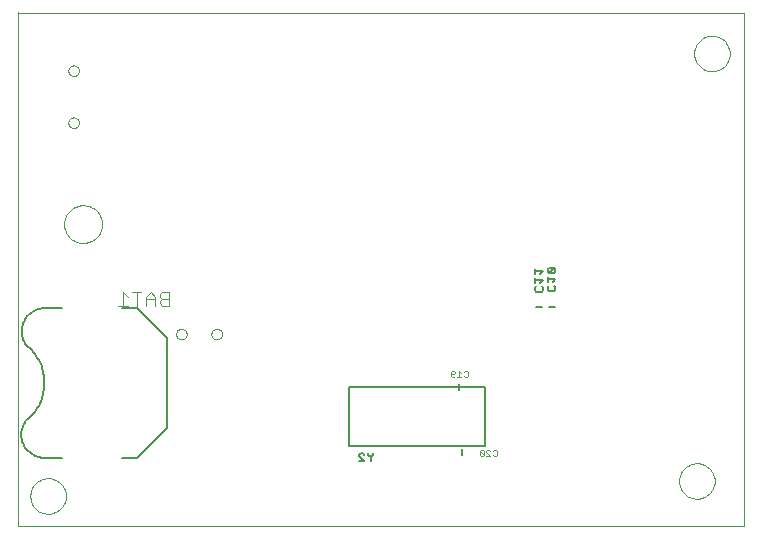
<source format=gbo>
G75*
G70*
%OFA0B0*%
%FSLAX24Y24*%
%IPPOS*%
%LPD*%
%AMOC8*
5,1,8,0,0,1.08239X$1,22.5*
%
%ADD10C,0.0000*%
%ADD11C,0.0080*%
%ADD12C,0.0060*%
%ADD13C,0.0040*%
D10*
X000599Y000160D02*
X000599Y017278D01*
X000600Y017276D02*
X024780Y017276D01*
X024780Y000156D01*
X024779Y000160D02*
X000599Y000160D01*
X001008Y001160D02*
X001010Y001208D01*
X001016Y001256D01*
X001026Y001303D01*
X001039Y001349D01*
X001057Y001394D01*
X001077Y001438D01*
X001102Y001480D01*
X001130Y001519D01*
X001160Y001556D01*
X001194Y001590D01*
X001231Y001622D01*
X001269Y001651D01*
X001310Y001676D01*
X001353Y001698D01*
X001398Y001716D01*
X001444Y001730D01*
X001491Y001741D01*
X001539Y001748D01*
X001587Y001751D01*
X001635Y001750D01*
X001683Y001745D01*
X001731Y001736D01*
X001777Y001724D01*
X001822Y001707D01*
X001866Y001687D01*
X001908Y001664D01*
X001948Y001637D01*
X001986Y001607D01*
X002021Y001574D01*
X002053Y001538D01*
X002083Y001500D01*
X002109Y001459D01*
X002131Y001416D01*
X002151Y001372D01*
X002166Y001327D01*
X002178Y001280D01*
X002186Y001232D01*
X002190Y001184D01*
X002190Y001136D01*
X002186Y001088D01*
X002178Y001040D01*
X002166Y000993D01*
X002151Y000948D01*
X002131Y000904D01*
X002109Y000861D01*
X002083Y000820D01*
X002053Y000782D01*
X002021Y000746D01*
X001986Y000713D01*
X001948Y000683D01*
X001908Y000656D01*
X001866Y000633D01*
X001822Y000613D01*
X001777Y000596D01*
X001731Y000584D01*
X001683Y000575D01*
X001635Y000570D01*
X001587Y000569D01*
X001539Y000572D01*
X001491Y000579D01*
X001444Y000590D01*
X001398Y000604D01*
X001353Y000622D01*
X001310Y000644D01*
X001269Y000669D01*
X001231Y000698D01*
X001194Y000730D01*
X001160Y000764D01*
X001130Y000801D01*
X001102Y000840D01*
X001077Y000882D01*
X001057Y000926D01*
X001039Y000971D01*
X001026Y001017D01*
X001016Y001064D01*
X001010Y001112D01*
X001008Y001160D01*
X005861Y006558D02*
X005863Y006584D01*
X005869Y006610D01*
X005879Y006635D01*
X005892Y006658D01*
X005908Y006678D01*
X005928Y006696D01*
X005950Y006711D01*
X005973Y006723D01*
X005999Y006731D01*
X006025Y006735D01*
X006051Y006735D01*
X006077Y006731D01*
X006103Y006723D01*
X006127Y006711D01*
X006148Y006696D01*
X006168Y006678D01*
X006184Y006658D01*
X006197Y006635D01*
X006207Y006610D01*
X006213Y006584D01*
X006215Y006558D01*
X006213Y006532D01*
X006207Y006506D01*
X006197Y006481D01*
X006184Y006458D01*
X006168Y006438D01*
X006148Y006420D01*
X006126Y006405D01*
X006103Y006393D01*
X006077Y006385D01*
X006051Y006381D01*
X006025Y006381D01*
X005999Y006385D01*
X005973Y006393D01*
X005949Y006405D01*
X005928Y006420D01*
X005908Y006438D01*
X005892Y006458D01*
X005879Y006481D01*
X005869Y006506D01*
X005863Y006532D01*
X005861Y006558D01*
X007042Y006558D02*
X007044Y006584D01*
X007050Y006610D01*
X007060Y006635D01*
X007073Y006658D01*
X007089Y006678D01*
X007109Y006696D01*
X007131Y006711D01*
X007154Y006723D01*
X007180Y006731D01*
X007206Y006735D01*
X007232Y006735D01*
X007258Y006731D01*
X007284Y006723D01*
X007308Y006711D01*
X007329Y006696D01*
X007349Y006678D01*
X007365Y006658D01*
X007378Y006635D01*
X007388Y006610D01*
X007394Y006584D01*
X007396Y006558D01*
X007394Y006532D01*
X007388Y006506D01*
X007378Y006481D01*
X007365Y006458D01*
X007349Y006438D01*
X007329Y006420D01*
X007307Y006405D01*
X007284Y006393D01*
X007258Y006385D01*
X007232Y006381D01*
X007206Y006381D01*
X007180Y006385D01*
X007154Y006393D01*
X007130Y006405D01*
X007109Y006420D01*
X007089Y006438D01*
X007073Y006458D01*
X007060Y006481D01*
X007050Y006506D01*
X007044Y006532D01*
X007042Y006558D01*
X002135Y010223D02*
X002137Y010273D01*
X002143Y010323D01*
X002153Y010372D01*
X002167Y010420D01*
X002184Y010467D01*
X002205Y010512D01*
X002230Y010556D01*
X002258Y010597D01*
X002290Y010636D01*
X002324Y010673D01*
X002361Y010707D01*
X002401Y010737D01*
X002443Y010764D01*
X002487Y010788D01*
X002533Y010809D01*
X002580Y010825D01*
X002628Y010838D01*
X002678Y010847D01*
X002727Y010852D01*
X002778Y010853D01*
X002828Y010850D01*
X002877Y010843D01*
X002926Y010832D01*
X002974Y010817D01*
X003020Y010799D01*
X003065Y010777D01*
X003108Y010751D01*
X003149Y010722D01*
X003188Y010690D01*
X003224Y010655D01*
X003256Y010617D01*
X003286Y010577D01*
X003313Y010534D01*
X003336Y010490D01*
X003355Y010444D01*
X003371Y010396D01*
X003383Y010347D01*
X003391Y010298D01*
X003395Y010248D01*
X003395Y010198D01*
X003391Y010148D01*
X003383Y010099D01*
X003371Y010050D01*
X003355Y010002D01*
X003336Y009956D01*
X003313Y009912D01*
X003286Y009869D01*
X003256Y009829D01*
X003224Y009791D01*
X003188Y009756D01*
X003149Y009724D01*
X003108Y009695D01*
X003065Y009669D01*
X003020Y009647D01*
X002974Y009629D01*
X002926Y009614D01*
X002877Y009603D01*
X002828Y009596D01*
X002778Y009593D01*
X002727Y009594D01*
X002678Y009599D01*
X002628Y009608D01*
X002580Y009621D01*
X002533Y009637D01*
X002487Y009658D01*
X002443Y009682D01*
X002401Y009709D01*
X002361Y009739D01*
X002324Y009773D01*
X002290Y009810D01*
X002258Y009849D01*
X002230Y009890D01*
X002205Y009934D01*
X002184Y009979D01*
X002167Y010026D01*
X002153Y010074D01*
X002143Y010123D01*
X002137Y010173D01*
X002135Y010223D01*
X002273Y013602D02*
X002275Y013628D01*
X002281Y013654D01*
X002291Y013679D01*
X002304Y013702D01*
X002320Y013722D01*
X002340Y013740D01*
X002362Y013755D01*
X002385Y013767D01*
X002411Y013775D01*
X002437Y013779D01*
X002463Y013779D01*
X002489Y013775D01*
X002515Y013767D01*
X002539Y013755D01*
X002560Y013740D01*
X002580Y013722D01*
X002596Y013702D01*
X002609Y013679D01*
X002619Y013654D01*
X002625Y013628D01*
X002627Y013602D01*
X002625Y013576D01*
X002619Y013550D01*
X002609Y013525D01*
X002596Y013502D01*
X002580Y013482D01*
X002560Y013464D01*
X002538Y013449D01*
X002515Y013437D01*
X002489Y013429D01*
X002463Y013425D01*
X002437Y013425D01*
X002411Y013429D01*
X002385Y013437D01*
X002361Y013449D01*
X002340Y013464D01*
X002320Y013482D01*
X002304Y013502D01*
X002291Y013525D01*
X002281Y013550D01*
X002275Y013576D01*
X002273Y013602D01*
X002273Y015335D02*
X002275Y015361D01*
X002281Y015387D01*
X002291Y015412D01*
X002304Y015435D01*
X002320Y015455D01*
X002340Y015473D01*
X002362Y015488D01*
X002385Y015500D01*
X002411Y015508D01*
X002437Y015512D01*
X002463Y015512D01*
X002489Y015508D01*
X002515Y015500D01*
X002539Y015488D01*
X002560Y015473D01*
X002580Y015455D01*
X002596Y015435D01*
X002609Y015412D01*
X002619Y015387D01*
X002625Y015361D01*
X002627Y015335D01*
X002625Y015309D01*
X002619Y015283D01*
X002609Y015258D01*
X002596Y015235D01*
X002580Y015215D01*
X002560Y015197D01*
X002538Y015182D01*
X002515Y015170D01*
X002489Y015162D01*
X002463Y015158D01*
X002437Y015158D01*
X002411Y015162D01*
X002385Y015170D01*
X002361Y015182D01*
X002340Y015197D01*
X002320Y015215D01*
X002304Y015235D01*
X002291Y015258D01*
X002281Y015283D01*
X002275Y015309D01*
X002273Y015335D01*
X022633Y001660D02*
X022635Y001708D01*
X022641Y001756D01*
X022651Y001803D01*
X022664Y001849D01*
X022682Y001894D01*
X022702Y001938D01*
X022727Y001980D01*
X022755Y002019D01*
X022785Y002056D01*
X022819Y002090D01*
X022856Y002122D01*
X022894Y002151D01*
X022935Y002176D01*
X022978Y002198D01*
X023023Y002216D01*
X023069Y002230D01*
X023116Y002241D01*
X023164Y002248D01*
X023212Y002251D01*
X023260Y002250D01*
X023308Y002245D01*
X023356Y002236D01*
X023402Y002224D01*
X023447Y002207D01*
X023491Y002187D01*
X023533Y002164D01*
X023573Y002137D01*
X023611Y002107D01*
X023646Y002074D01*
X023678Y002038D01*
X023708Y002000D01*
X023734Y001959D01*
X023756Y001916D01*
X023776Y001872D01*
X023791Y001827D01*
X023803Y001780D01*
X023811Y001732D01*
X023815Y001684D01*
X023815Y001636D01*
X023811Y001588D01*
X023803Y001540D01*
X023791Y001493D01*
X023776Y001448D01*
X023756Y001404D01*
X023734Y001361D01*
X023708Y001320D01*
X023678Y001282D01*
X023646Y001246D01*
X023611Y001213D01*
X023573Y001183D01*
X023533Y001156D01*
X023491Y001133D01*
X023447Y001113D01*
X023402Y001096D01*
X023356Y001084D01*
X023308Y001075D01*
X023260Y001070D01*
X023212Y001069D01*
X023164Y001072D01*
X023116Y001079D01*
X023069Y001090D01*
X023023Y001104D01*
X022978Y001122D01*
X022935Y001144D01*
X022894Y001169D01*
X022856Y001198D01*
X022819Y001230D01*
X022785Y001264D01*
X022755Y001301D01*
X022727Y001340D01*
X022702Y001382D01*
X022682Y001426D01*
X022664Y001471D01*
X022651Y001517D01*
X022641Y001564D01*
X022635Y001612D01*
X022633Y001660D01*
X023133Y015910D02*
X023135Y015958D01*
X023141Y016006D01*
X023151Y016053D01*
X023164Y016099D01*
X023182Y016144D01*
X023202Y016188D01*
X023227Y016230D01*
X023255Y016269D01*
X023285Y016306D01*
X023319Y016340D01*
X023356Y016372D01*
X023394Y016401D01*
X023435Y016426D01*
X023478Y016448D01*
X023523Y016466D01*
X023569Y016480D01*
X023616Y016491D01*
X023664Y016498D01*
X023712Y016501D01*
X023760Y016500D01*
X023808Y016495D01*
X023856Y016486D01*
X023902Y016474D01*
X023947Y016457D01*
X023991Y016437D01*
X024033Y016414D01*
X024073Y016387D01*
X024111Y016357D01*
X024146Y016324D01*
X024178Y016288D01*
X024208Y016250D01*
X024234Y016209D01*
X024256Y016166D01*
X024276Y016122D01*
X024291Y016077D01*
X024303Y016030D01*
X024311Y015982D01*
X024315Y015934D01*
X024315Y015886D01*
X024311Y015838D01*
X024303Y015790D01*
X024291Y015743D01*
X024276Y015698D01*
X024256Y015654D01*
X024234Y015611D01*
X024208Y015570D01*
X024178Y015532D01*
X024146Y015496D01*
X024111Y015463D01*
X024073Y015433D01*
X024033Y015406D01*
X023991Y015383D01*
X023947Y015363D01*
X023902Y015346D01*
X023856Y015334D01*
X023808Y015325D01*
X023760Y015320D01*
X023712Y015319D01*
X023664Y015322D01*
X023616Y015329D01*
X023569Y015340D01*
X023523Y015354D01*
X023478Y015372D01*
X023435Y015394D01*
X023394Y015419D01*
X023356Y015448D01*
X023319Y015480D01*
X023285Y015514D01*
X023255Y015551D01*
X023227Y015590D01*
X023202Y015632D01*
X023182Y015676D01*
X023164Y015721D01*
X023151Y015767D01*
X023141Y015814D01*
X023135Y015862D01*
X023133Y015910D01*
D11*
X018491Y007463D02*
X018291Y007463D01*
X018065Y007463D02*
X017865Y007463D01*
X015288Y004911D02*
X015288Y004711D01*
X016149Y004794D02*
X016149Y002826D01*
X011621Y002826D01*
X011621Y004794D01*
X016149Y004794D01*
X015383Y002725D02*
X015383Y002525D01*
X005574Y003435D02*
X004574Y002435D01*
X004074Y002435D01*
X005574Y003435D02*
X005574Y006435D01*
X004574Y007435D01*
X004074Y007435D01*
X002074Y007435D02*
X001474Y007435D01*
X001474Y007434D02*
X001420Y007430D01*
X001366Y007422D01*
X001313Y007410D01*
X001260Y007394D01*
X001209Y007375D01*
X001159Y007352D01*
X001111Y007326D01*
X001065Y007297D01*
X001021Y007264D01*
X000980Y007229D01*
X000941Y007190D01*
X000904Y007149D01*
X000871Y007106D01*
X000841Y007061D01*
X000814Y007013D01*
X000790Y006964D01*
X000770Y006913D01*
X000753Y006861D01*
X000740Y006808D01*
X000731Y006754D01*
X000726Y006699D01*
X000724Y006645D01*
X000726Y006590D01*
X000732Y006536D01*
X000742Y006482D01*
X000755Y006429D01*
X000772Y006377D01*
X000793Y006326D01*
X000817Y006277D01*
X000844Y006230D01*
X000875Y006185D01*
X000874Y006185D02*
X000935Y006134D01*
X000993Y006079D01*
X001049Y006022D01*
X001101Y005962D01*
X001151Y005900D01*
X001197Y005835D01*
X001240Y005768D01*
X001280Y005699D01*
X001316Y005628D01*
X001349Y005556D01*
X001378Y005481D01*
X001403Y005406D01*
X001425Y005329D01*
X001442Y005252D01*
X001456Y005173D01*
X001466Y005094D01*
X001472Y005015D01*
X001474Y004935D01*
X001472Y004855D01*
X001466Y004776D01*
X001456Y004697D01*
X001442Y004618D01*
X001425Y004541D01*
X001403Y004464D01*
X001378Y004389D01*
X001349Y004314D01*
X001316Y004242D01*
X001280Y004171D01*
X001240Y004102D01*
X001197Y004035D01*
X001151Y003970D01*
X001101Y003908D01*
X001049Y003848D01*
X000993Y003791D01*
X000935Y003736D01*
X000874Y003685D01*
X000842Y003642D01*
X000813Y003597D01*
X000787Y003549D01*
X000764Y003500D01*
X000745Y003450D01*
X000730Y003398D01*
X000718Y003345D01*
X000710Y003292D01*
X000706Y003238D01*
X000705Y003184D01*
X000709Y003130D01*
X000716Y003076D01*
X000726Y003024D01*
X000741Y002972D01*
X000759Y002921D01*
X000781Y002871D01*
X000806Y002823D01*
X000834Y002777D01*
X000866Y002734D01*
X000900Y002692D01*
X000938Y002653D01*
X000978Y002617D01*
X001020Y002583D01*
X001065Y002553D01*
X001111Y002526D01*
X001160Y002502D01*
X001210Y002482D01*
X001261Y002465D01*
X001314Y002452D01*
X001367Y002443D01*
X001420Y002437D01*
X001474Y002435D01*
X002074Y002435D01*
D12*
X011968Y002497D02*
X011968Y002540D01*
X012012Y002583D01*
X012099Y002583D01*
X012142Y002540D01*
X012263Y002540D02*
X012263Y002583D01*
X012263Y002540D02*
X012350Y002453D01*
X012350Y002323D01*
X012350Y002453D02*
X012437Y002540D01*
X012437Y002583D01*
X012142Y002323D02*
X011968Y002497D01*
X011968Y002323D02*
X012142Y002323D01*
X017833Y008019D02*
X017833Y008105D01*
X017876Y008149D01*
X017833Y008270D02*
X017833Y008443D01*
X017833Y008357D02*
X018093Y008357D01*
X018006Y008270D01*
X018049Y008149D02*
X018093Y008105D01*
X018093Y008019D01*
X018049Y007975D01*
X017876Y007975D01*
X017833Y008019D01*
X018249Y008044D02*
X018249Y008130D01*
X018292Y008174D01*
X018249Y008295D02*
X018249Y008468D01*
X018249Y008382D02*
X018509Y008382D01*
X018423Y008295D01*
X018466Y008174D02*
X018509Y008130D01*
X018509Y008044D01*
X018466Y008000D01*
X018292Y008000D01*
X018249Y008044D01*
X018292Y008589D02*
X018249Y008633D01*
X018249Y008720D01*
X018292Y008763D01*
X018466Y008763D01*
X018292Y008589D01*
X018466Y008589D01*
X018509Y008633D01*
X018509Y008720D01*
X018466Y008763D01*
X018093Y008651D02*
X017833Y008651D01*
X017833Y008564D02*
X017833Y008738D01*
X018006Y008564D02*
X018093Y008651D01*
D13*
X015553Y005337D02*
X015487Y005337D01*
X015453Y005303D01*
X015366Y005270D02*
X015299Y005337D01*
X015299Y005137D01*
X015366Y005137D02*
X015232Y005137D01*
X015145Y005170D02*
X015111Y005137D01*
X015045Y005137D01*
X015011Y005170D01*
X015011Y005303D01*
X015045Y005337D01*
X015111Y005337D01*
X015145Y005303D01*
X015145Y005270D01*
X015111Y005237D01*
X015011Y005237D01*
X015453Y005170D02*
X015487Y005137D01*
X015553Y005137D01*
X015587Y005170D01*
X015587Y005303D01*
X015553Y005337D01*
X016021Y002707D02*
X015987Y002673D01*
X016121Y002540D01*
X016087Y002506D01*
X016021Y002506D01*
X015987Y002540D01*
X015987Y002673D01*
X016021Y002707D02*
X016087Y002707D01*
X016121Y002673D01*
X016121Y002540D01*
X016208Y002506D02*
X016342Y002506D01*
X016208Y002640D01*
X016208Y002673D01*
X016242Y002707D01*
X016308Y002707D01*
X016342Y002673D01*
X016429Y002673D02*
X016463Y002707D01*
X016529Y002707D01*
X016563Y002673D01*
X016563Y002540D01*
X016529Y002506D01*
X016463Y002506D01*
X016429Y002540D01*
X005628Y007502D02*
X005398Y007502D01*
X005321Y007579D01*
X005321Y007655D01*
X005398Y007732D01*
X005628Y007732D01*
X005628Y007502D02*
X005628Y007962D01*
X005398Y007962D01*
X005321Y007886D01*
X005321Y007809D01*
X005398Y007732D01*
X005167Y007732D02*
X004860Y007732D01*
X004860Y007809D02*
X004860Y007502D01*
X004553Y007502D02*
X004553Y007962D01*
X004400Y007962D02*
X004707Y007962D01*
X004860Y007809D02*
X005014Y007962D01*
X005167Y007809D01*
X005167Y007502D01*
X004247Y007502D02*
X003940Y007502D01*
X004093Y007502D02*
X004093Y007962D01*
X004247Y007809D01*
M02*

</source>
